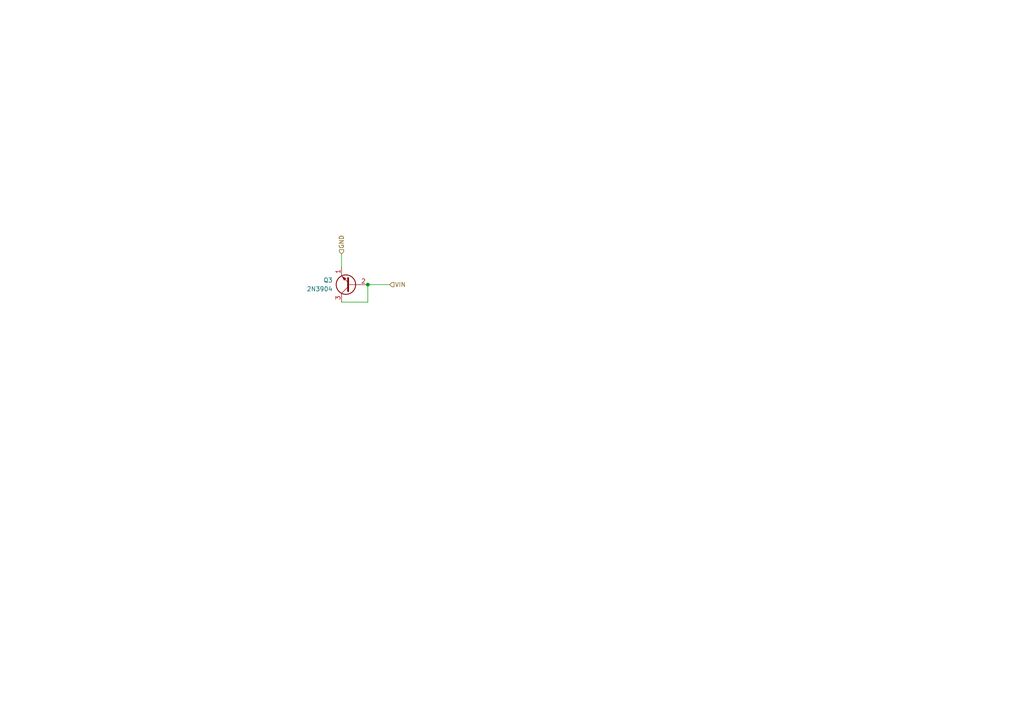
<source format=kicad_sch>
(kicad_sch
	(version 20250114)
	(generator "eeschema")
	(generator_version "9.0")
	(uuid "a4c90e44-5fe7-4333-ae77-86e5ed911ee3")
	(paper "A4")
	(lib_symbols
		(symbol "Transistor_BJT:2N3904"
			(pin_names
				(offset 0)
				(hide yes)
			)
			(exclude_from_sim no)
			(in_bom yes)
			(on_board yes)
			(property "Reference" "Q"
				(at 5.08 1.905 0)
				(effects
					(font
						(size 1.27 1.27)
					)
					(justify left)
				)
			)
			(property "Value" "2N3904"
				(at 5.08 0 0)
				(effects
					(font
						(size 1.27 1.27)
					)
					(justify left)
				)
			)
			(property "Footprint" "Package_TO_SOT_THT:TO-92_Inline"
				(at 5.08 -1.905 0)
				(effects
					(font
						(size 1.27 1.27)
						(italic yes)
					)
					(justify left)
					(hide yes)
				)
			)
			(property "Datasheet" "https://www.onsemi.com/pub/Collateral/2N3903-D.PDF"
				(at 0 0 0)
				(effects
					(font
						(size 1.27 1.27)
					)
					(justify left)
					(hide yes)
				)
			)
			(property "Description" "0.2A Ic, 40V Vce, Small Signal NPN Transistor, TO-92"
				(at 0 0 0)
				(effects
					(font
						(size 1.27 1.27)
					)
					(hide yes)
				)
			)
			(property "ki_keywords" "NPN Transistor"
				(at 0 0 0)
				(effects
					(font
						(size 1.27 1.27)
					)
					(hide yes)
				)
			)
			(property "ki_fp_filters" "TO?92*"
				(at 0 0 0)
				(effects
					(font
						(size 1.27 1.27)
					)
					(hide yes)
				)
			)
			(symbol "2N3904_0_1"
				(polyline
					(pts
						(xy -2.54 0) (xy 0.635 0)
					)
					(stroke
						(width 0)
						(type default)
					)
					(fill
						(type none)
					)
				)
				(polyline
					(pts
						(xy 0.635 1.905) (xy 0.635 -1.905)
					)
					(stroke
						(width 0.508)
						(type default)
					)
					(fill
						(type none)
					)
				)
				(circle
					(center 1.27 0)
					(radius 2.8194)
					(stroke
						(width 0.254)
						(type default)
					)
					(fill
						(type none)
					)
				)
			)
			(symbol "2N3904_1_1"
				(polyline
					(pts
						(xy 0.635 0.635) (xy 2.54 2.54)
					)
					(stroke
						(width 0)
						(type default)
					)
					(fill
						(type none)
					)
				)
				(polyline
					(pts
						(xy 0.635 -0.635) (xy 2.54 -2.54)
					)
					(stroke
						(width 0)
						(type default)
					)
					(fill
						(type none)
					)
				)
				(polyline
					(pts
						(xy 1.27 -1.778) (xy 1.778 -1.27) (xy 2.286 -2.286) (xy 1.27 -1.778)
					)
					(stroke
						(width 0)
						(type default)
					)
					(fill
						(type outline)
					)
				)
				(pin input line
					(at -5.08 0 0)
					(length 2.54)
					(name "B"
						(effects
							(font
								(size 1.27 1.27)
							)
						)
					)
					(number "2"
						(effects
							(font
								(size 1.27 1.27)
							)
						)
					)
				)
				(pin passive line
					(at 2.54 5.08 270)
					(length 2.54)
					(name "C"
						(effects
							(font
								(size 1.27 1.27)
							)
						)
					)
					(number "3"
						(effects
							(font
								(size 1.27 1.27)
							)
						)
					)
				)
				(pin passive line
					(at 2.54 -5.08 90)
					(length 2.54)
					(name "E"
						(effects
							(font
								(size 1.27 1.27)
							)
						)
					)
					(number "1"
						(effects
							(font
								(size 1.27 1.27)
							)
						)
					)
				)
			)
			(embedded_fonts no)
		)
	)
	(junction
		(at 106.68 82.55)
		(diameter 0)
		(color 0 0 0 0)
		(uuid "7e27ed66-e9cb-4684-8bb9-755c4ecb792a")
	)
	(wire
		(pts
			(xy 106.68 82.55) (xy 113.03 82.55)
		)
		(stroke
			(width 0)
			(type default)
		)
		(uuid "11bdf528-d799-4bd0-8283-1b9083eafb51")
	)
	(wire
		(pts
			(xy 99.06 73.66) (xy 99.06 77.47)
		)
		(stroke
			(width 0)
			(type default)
		)
		(uuid "22d84578-63b5-42b3-b22b-06363fbf45d5")
	)
	(wire
		(pts
			(xy 99.06 87.63) (xy 106.68 87.63)
		)
		(stroke
			(width 0)
			(type default)
		)
		(uuid "23b77a7e-2af5-4778-b015-af37de0f48eb")
	)
	(wire
		(pts
			(xy 106.68 87.63) (xy 106.68 82.55)
		)
		(stroke
			(width 0)
			(type default)
		)
		(uuid "aaa0ed0f-69a2-4b85-a3cd-d523612b11cd")
	)
	(hierarchical_label "GND"
		(shape input)
		(at 99.06 73.66 90)
		(effects
			(font
				(size 1.27 1.27)
			)
			(justify left)
		)
		(uuid "7ad2e374-f76c-4416-aced-ba1da5684eb6")
	)
	(hierarchical_label "VIN"
		(shape input)
		(at 113.03 82.55 0)
		(effects
			(font
				(size 1.27 1.27)
			)
			(justify left)
		)
		(uuid "94aae79a-7c55-48b8-918a-5b77ff3162d3")
	)
	(symbol
		(lib_id "Transistor_BJT:2N3904")
		(at 101.6 82.55 180)
		(unit 1)
		(exclude_from_sim no)
		(in_bom yes)
		(on_board yes)
		(dnp no)
		(fields_autoplaced yes)
		(uuid "0c70716b-e1f6-4b71-aab7-70d7c550755b")
		(property "Reference" "Q3"
			(at 96.52 81.2799 0)
			(effects
				(font
					(size 1.27 1.27)
				)
				(justify left)
			)
		)
		(property "Value" "2N3904"
			(at 96.52 83.8199 0)
			(effects
				(font
					(size 1.27 1.27)
				)
				(justify left)
			)
		)
		(property "Footprint" "Package_TO_SOT_THT:TO-92_Inline"
			(at 96.52 80.645 0)
			(effects
				(font
					(size 1.27 1.27)
					(italic yes)
				)
				(justify left)
				(hide yes)
			)
		)
		(property "Datasheet" "https://www.onsemi.com/pub/Collateral/2N3903-D.PDF"
			(at 101.6 82.55 0)
			(effects
				(font
					(size 1.27 1.27)
				)
				(justify left)
				(hide yes)
			)
		)
		(property "Description" "0.2A Ic, 40V Vce, Small Signal NPN Transistor, TO-92"
			(at 101.6 82.55 0)
			(effects
				(font
					(size 1.27 1.27)
				)
				(hide yes)
			)
		)
		(pin "3"
			(uuid "7c6eac89-b200-4124-849a-83487413ef86")
		)
		(pin "2"
			(uuid "114a20a2-2488-4f60-a8de-3738338042e7")
		)
		(pin "1"
			(uuid "7059656f-9e35-47c0-9de9-0f4ed188024d")
		)
		(instances
			(project ""
				(path "/fa9dc022-1312-44b0-9fb7-b3fdf624cd97/8afe2570-c552-4a25-a3f0-5c28fbbc8408"
					(reference "Q3")
					(unit 1)
				)
				(path "/fa9dc022-1312-44b0-9fb7-b3fdf624cd97/f3cb0023-638f-47d3-83da-d93bb172cf2b"
					(reference "Q2")
					(unit 1)
				)
			)
		)
	)
)

</source>
